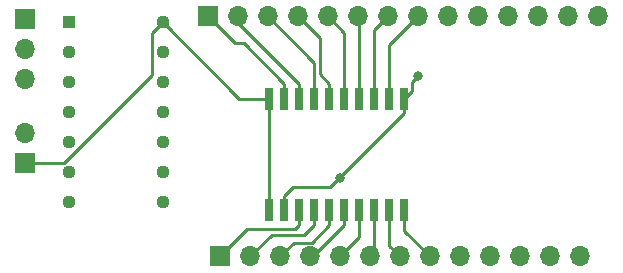
<source format=gbr>
%TF.GenerationSoftware,KiCad,Pcbnew,(5.1.6)-1*%
%TF.CreationDate,2020-09-22T22:22:24+03:00*%
%TF.ProjectId,ZX Keyboard logic,5a58204b-6579-4626-9f61-7264206c6f67,rev?*%
%TF.SameCoordinates,Original*%
%TF.FileFunction,Copper,L2,Bot*%
%TF.FilePolarity,Positive*%
%FSLAX46Y46*%
G04 Gerber Fmt 4.6, Leading zero omitted, Abs format (unit mm)*
G04 Created by KiCad (PCBNEW (5.1.6)-1) date 2020-09-22 22:22:24*
%MOMM*%
%LPD*%
G01*
G04 APERTURE LIST*
%TA.AperFunction,ComponentPad*%
%ADD10O,1.700000X1.700000*%
%TD*%
%TA.AperFunction,ComponentPad*%
%ADD11R,1.700000X1.700000*%
%TD*%
%TA.AperFunction,ComponentPad*%
%ADD12C,1.130000*%
%TD*%
%TA.AperFunction,ComponentPad*%
%ADD13R,1.130000X1.130000*%
%TD*%
%TA.AperFunction,SMDPad,CuDef*%
%ADD14R,0.650000X1.950000*%
%TD*%
%TA.AperFunction,ViaPad*%
%ADD15C,0.800000*%
%TD*%
%TA.AperFunction,Conductor*%
%ADD16C,0.250000*%
%TD*%
G04 APERTURE END LIST*
D10*
%TO.P,J4,13*%
%TO.N,/K_D0*%
X82296000Y-103124000D03*
%TO.P,J4,12*%
%TO.N,/K_D1*%
X79756000Y-103124000D03*
%TO.P,J4,11*%
%TO.N,/K_D2*%
X77216000Y-103124000D03*
%TO.P,J4,10*%
%TO.N,/K_D3*%
X74676000Y-103124000D03*
%TO.P,J4,9*%
%TO.N,/K_D4*%
X72136000Y-103124000D03*
%TO.P,J4,8*%
%TO.N,/K_A15*%
X69596000Y-103124000D03*
%TO.P,J4,7*%
%TO.N,/K_A14*%
X67056000Y-103124000D03*
%TO.P,J4,6*%
%TO.N,/K_A13*%
X64516000Y-103124000D03*
%TO.P,J4,5*%
%TO.N,/K_A12*%
X61976000Y-103124000D03*
%TO.P,J4,4*%
%TO.N,/K_A11*%
X59436000Y-103124000D03*
%TO.P,J4,3*%
%TO.N,/K_A10*%
X56896000Y-103124000D03*
%TO.P,J4,2*%
%TO.N,/K_A9*%
X54356000Y-103124000D03*
D11*
%TO.P,J4,1*%
%TO.N,/K_A8*%
X51816000Y-103124000D03*
%TD*%
D10*
%TO.P,J3,2*%
%TO.N,GND*%
X35306000Y-92710000D03*
D11*
%TO.P,J3,1*%
%TO.N,+5V*%
X35306000Y-95250000D03*
%TD*%
D10*
%TO.P,J2,14*%
%TO.N,/KEY_ENBL*%
X83820000Y-82804000D03*
%TO.P,J2,13*%
%TO.N,/D0*%
X81280000Y-82804000D03*
%TO.P,J2,12*%
%TO.N,/D1*%
X78740000Y-82804000D03*
%TO.P,J2,11*%
%TO.N,/D2*%
X76200000Y-82804000D03*
%TO.P,J2,10*%
%TO.N,/D3*%
X73660000Y-82804000D03*
%TO.P,J2,9*%
%TO.N,/D4*%
X71120000Y-82804000D03*
%TO.P,J2,8*%
%TO.N,/A15*%
X68580000Y-82804000D03*
%TO.P,J2,7*%
%TO.N,/A14*%
X66040000Y-82804000D03*
%TO.P,J2,6*%
%TO.N,/A13*%
X63500000Y-82804000D03*
%TO.P,J2,5*%
%TO.N,/A12*%
X60960000Y-82804000D03*
%TO.P,J2,4*%
%TO.N,/A11*%
X58420000Y-82804000D03*
%TO.P,J2,3*%
%TO.N,/A10*%
X55880000Y-82804000D03*
%TO.P,J2,2*%
%TO.N,/A9*%
X53340000Y-82804000D03*
D11*
%TO.P,J2,1*%
%TO.N,/A8*%
X50800000Y-82804000D03*
%TD*%
D10*
%TO.P,J1,3*%
%TO.N,/~RD*%
X35306000Y-88138000D03*
%TO.P,J1,2*%
%TO.N,/~IORQ*%
X35306000Y-85598000D03*
D11*
%TO.P,J1,1*%
%TO.N,/A0*%
X35306000Y-83058000D03*
%TD*%
D12*
%TO.P,IC2,14*%
%TO.N,+5V*%
X46990000Y-83312000D03*
%TO.P,IC2,13*%
%TO.N,/~RD*%
X46990000Y-85852000D03*
%TO.P,IC2,12*%
%TO.N,Net-(IC2-Pad10)*%
X46990000Y-88392000D03*
%TO.P,IC2,11*%
X46990000Y-90932000D03*
%TO.P,IC2,10*%
X46990000Y-93472000D03*
%TO.P,IC2,9*%
X46990000Y-96012000D03*
%TO.P,IC2,8*%
%TO.N,/KEY_ENBL*%
X46990000Y-98552000D03*
%TO.P,IC2,7*%
%TO.N,GND*%
X39050000Y-98552000D03*
%TO.P,IC2,6*%
%TO.N,N/C*%
X39050000Y-96012000D03*
%TO.P,IC2,5*%
%TO.N,GND*%
X39050000Y-93472000D03*
%TO.P,IC2,4*%
X39050000Y-90932000D03*
%TO.P,IC2,3*%
X39050000Y-88392000D03*
%TO.P,IC2,2*%
%TO.N,/~IORQ*%
X39050000Y-85852000D03*
D13*
%TO.P,IC2,1*%
%TO.N,/A0*%
X39050000Y-83312000D03*
%TD*%
D14*
%TO.P,IC1,20*%
%TO.N,+5V*%
X56007000Y-99213000D03*
%TO.P,IC1,19*%
%TO.N,GND*%
X57277000Y-99213000D03*
%TO.P,IC1,18*%
%TO.N,/K_A8*%
X58547000Y-99213000D03*
%TO.P,IC1,17*%
%TO.N,/K_A9*%
X59817000Y-99213000D03*
%TO.P,IC1,16*%
%TO.N,/K_A10*%
X61087000Y-99213000D03*
%TO.P,IC1,15*%
%TO.N,/K_A11*%
X62357000Y-99213000D03*
%TO.P,IC1,14*%
%TO.N,/K_A12*%
X63627000Y-99213000D03*
%TO.P,IC1,13*%
%TO.N,/K_A13*%
X64897000Y-99213000D03*
%TO.P,IC1,12*%
%TO.N,/K_A14*%
X66167000Y-99213000D03*
%TO.P,IC1,11*%
%TO.N,/K_A15*%
X67437000Y-99213000D03*
%TO.P,IC1,10*%
%TO.N,GND*%
X67437000Y-89763000D03*
%TO.P,IC1,9*%
%TO.N,/A15*%
X66167000Y-89763000D03*
%TO.P,IC1,8*%
%TO.N,/A14*%
X64897000Y-89763000D03*
%TO.P,IC1,7*%
%TO.N,/A13*%
X63627000Y-89763000D03*
%TO.P,IC1,6*%
%TO.N,/A12*%
X62357000Y-89763000D03*
%TO.P,IC1,5*%
%TO.N,/A11*%
X61087000Y-89763000D03*
%TO.P,IC1,4*%
%TO.N,/A10*%
X59817000Y-89763000D03*
%TO.P,IC1,3*%
%TO.N,/A9*%
X58547000Y-89763000D03*
%TO.P,IC1,2*%
%TO.N,/A8*%
X57277000Y-89763000D03*
%TO.P,IC1,1*%
%TO.N,+5V*%
X56007000Y-89763000D03*
%TD*%
D15*
%TO.N,GND*%
X68580000Y-87884000D03*
X61976000Y-96520000D03*
%TD*%
D16*
%TO.N,+5V*%
X53441000Y-89763000D02*
X46990000Y-83312000D01*
X56007000Y-89763000D02*
X53441000Y-89763000D01*
X46099999Y-84202001D02*
X46990000Y-83312000D01*
X46099999Y-87739203D02*
X46099999Y-84202001D01*
X38589202Y-95250000D02*
X46099999Y-87739203D01*
X35306000Y-95250000D02*
X38589202Y-95250000D01*
X56007000Y-99213000D02*
X56007000Y-89763000D01*
%TO.N,GND*%
X68580000Y-87884000D02*
X68072000Y-88392000D01*
X68072000Y-89128000D02*
X67437000Y-89763000D01*
X68072000Y-88392000D02*
X68072000Y-89128000D01*
X67437000Y-90988000D02*
X61143000Y-97282000D01*
X67437000Y-89763000D02*
X67437000Y-90988000D01*
X57277000Y-97988000D02*
X57277000Y-99213000D01*
X57983000Y-97282000D02*
X57277000Y-97988000D01*
X61143000Y-97282000D02*
X57983000Y-97282000D01*
%TO.N,/K_A8*%
X58547000Y-100438000D02*
X58147000Y-100838000D01*
X58547000Y-99213000D02*
X58547000Y-100438000D01*
X54102000Y-100838000D02*
X51816000Y-103124000D01*
X58147000Y-100838000D02*
X54102000Y-100838000D01*
%TO.N,/K_A9*%
X59817000Y-100438000D02*
X58966990Y-101288010D01*
X59817000Y-99213000D02*
X59817000Y-100438000D01*
X56191990Y-101288010D02*
X54356000Y-103124000D01*
X58966990Y-101288010D02*
X56191990Y-101288010D01*
%TO.N,/K_A10*%
X58071001Y-101948999D02*
X56896000Y-103124000D01*
X59576001Y-101948999D02*
X58071001Y-101948999D01*
X61087000Y-100438000D02*
X59576001Y-101948999D01*
X61087000Y-99213000D02*
X61087000Y-100438000D01*
%TO.N,/K_A11*%
X59671000Y-103124000D02*
X59436000Y-103124000D01*
X62357000Y-100438000D02*
X59671000Y-103124000D01*
X62357000Y-99213000D02*
X62357000Y-100438000D01*
%TO.N,/K_A12*%
X63627000Y-101473000D02*
X61976000Y-103124000D01*
X63627000Y-99213000D02*
X63627000Y-101473000D01*
%TO.N,/K_A13*%
X64897000Y-102743000D02*
X64516000Y-103124000D01*
X64897000Y-99213000D02*
X64897000Y-102743000D01*
%TO.N,/K_A14*%
X66167000Y-102235000D02*
X67056000Y-103124000D01*
X66167000Y-99213000D02*
X66167000Y-102235000D01*
%TO.N,/K_A15*%
X67437000Y-100965000D02*
X69596000Y-103124000D01*
X67437000Y-99213000D02*
X67437000Y-100965000D01*
%TO.N,/A15*%
X66167000Y-85217000D02*
X68580000Y-82804000D01*
X66167000Y-89763000D02*
X66167000Y-85217000D01*
%TO.N,/A14*%
X64897000Y-83947000D02*
X66040000Y-82804000D01*
X64897000Y-89763000D02*
X64897000Y-83947000D01*
%TO.N,/A13*%
X63627000Y-82931000D02*
X63500000Y-82804000D01*
X63627000Y-89763000D02*
X63627000Y-82931000D01*
%TO.N,/A12*%
X62357000Y-84201000D02*
X60960000Y-82804000D01*
X62357000Y-89763000D02*
X62357000Y-84201000D01*
%TO.N,/A11*%
X60267010Y-84651010D02*
X58420000Y-82804000D01*
X60267010Y-87718010D02*
X60267010Y-84651010D01*
X61087000Y-88538000D02*
X60267010Y-87718010D01*
X61087000Y-89763000D02*
X61087000Y-88538000D01*
%TO.N,/A10*%
X59817000Y-86741000D02*
X55880000Y-82804000D01*
X59817000Y-89763000D02*
X59817000Y-86741000D01*
%TO.N,/A9*%
X53340000Y-83331000D02*
X53340000Y-82804000D01*
X58547000Y-88538000D02*
X53340000Y-83331000D01*
X58547000Y-89763000D02*
X58547000Y-88538000D01*
%TO.N,/A8*%
X57277000Y-88538000D02*
X53829000Y-85090000D01*
X57277000Y-89763000D02*
X57277000Y-88538000D01*
X53086000Y-85090000D02*
X50800000Y-82804000D01*
X53829000Y-85090000D02*
X53086000Y-85090000D01*
%TD*%
M02*

</source>
